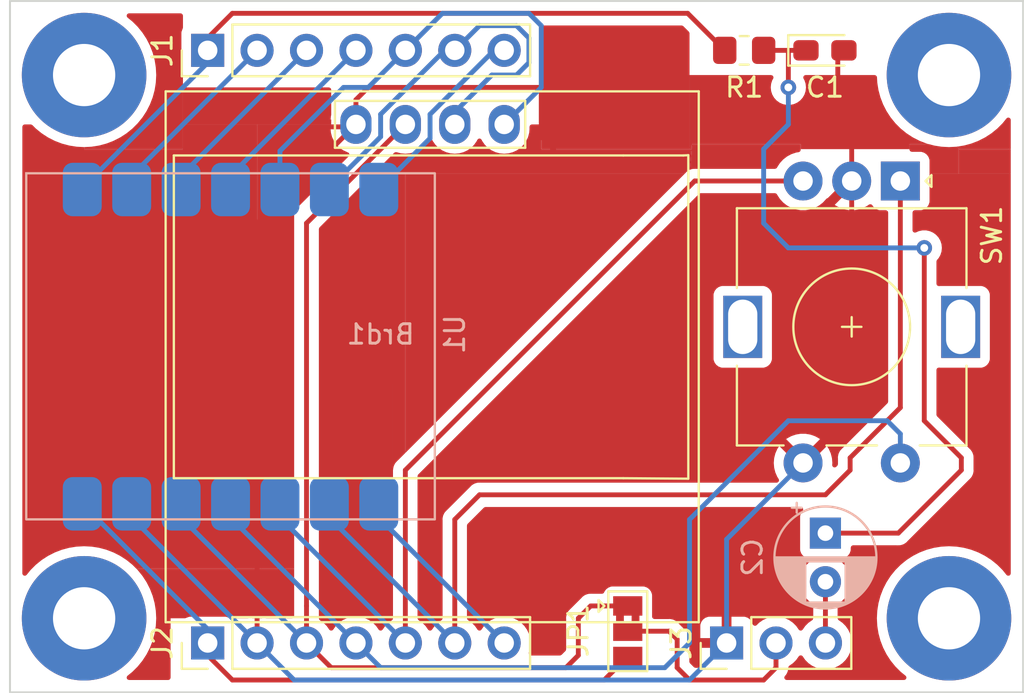
<source format=kicad_pcb>
(kicad_pcb (version 20221018) (generator pcbnew)
  (layers (0 "F.Cu" signal) (31 "B.Cu" signal) (36 "B.SilkS" user "B.Silkscreen") (37 "F.SilkS" user "F.Silkscreen") (38 "B.Mask" user) (39 "F.Mask" user) (44 "Edge.Cuts" user))
  (net 0 "")
  (net 1 "GND")
  (net 2 "+3V3")
  (net 3 "Net-(Brd1-SCL)")
  (net 4 "Net-(Brd1-SDA)")
  (net 5 "Net-(C1-Pad1)")
  (net 6 "Net-(J3-Pin_3)")
  (net 7 "Net-(J1-Pin_1)")
  (net 8 "Net-(J1-Pin_2)")
  (net 9 "Net-(J1-Pin_3)")
  (net 10 "Net-(J1-Pin_4)")
  (net 11 "Net-(J1-Pin_7)")
  (net 12 "+5V")
  (net 13 "Net-(J2-Pin_4)")
  (net 14 "Net-(J2-Pin_5)")
  (net 15 "Net-(J2-Pin_6)")
  (net 16 "Net-(J2-Pin_7)")
  (net 17 "Net-(J3-Pin_2)")
  (footprint "MountingHole:MountingHole_3.2mm_M3_Pad" (layer "F.Cu") (at 74.93 27.94)
    (fp_text reference "REF**" hide)
    (fp_text value "MountingHole_3.2mm_M3_Pad")
    (pad "1" thru_hole circle (at 0 0) (size 6.4 6.4) (drill 3.2) (layers "*.Cu" "*.Mask"))
  )
  (footprint "Modules:128x64OLED" (layer "F.Cu") (at 92.52 41.08)
    (fp_text reference "Brd1" (at -2.35 0.195 180) (layer "B.SilkS") (effects (justify mirror)))
    (fp_text value "SSD1306" hide)
    (fp_line (start -13.4 -12.3) (end 14 -12.3) (stroke (width 0.12)) (layer "F.SilkS"))
    (fp_line (start -13.4 15) (end -13.4 -12.3) (stroke (width 0.12)) (layer "F.SilkS"))
    (fp_line (start -12.978 -9.005) (end 10.122 -9.005) (stroke (width 0.12)) (layer "F.SilkS"))
    (fp_line (start -12.978 7.595) (end -12.978 -9.005) (stroke (width 0.12)) (layer "F.SilkS"))
    (fp_line (start -4.699 -11.811) (end -4.699 -9.398) (stroke (width 0.12)) (layer "F.SilkS"))
    (fp_line (start -4.699 -11.811) (end 5.08 -11.811) (stroke (width 0.12)) (layer "F.SilkS"))
    (fp_line (start 5.08 -11.811) (end 5.08 -9.398) (stroke (width 0.12)) (layer "F.SilkS"))
    (fp_line (start 5.08 -9.398) (end -4.699 -9.398) (stroke (width 0.12)) (layer "F.SilkS"))
    (fp_line (start 10.122 -9.005) (end 13.208 -9.005) (stroke (width 0.12)) (layer "F.SilkS"))
    (fp_line (start 10.122 7.595) (end -12.978 7.595) (stroke (width 0.12)) (layer "F.SilkS"))
    (fp_line (start 10.122 7.595) (end 13.462 7.62) (stroke (width 0.12)) (layer "F.SilkS"))
    (fp_line (start 13.462 -9.017) (end 13.208 -9.005) (stroke (width 0.12)) (layer "F.SilkS"))
    (fp_line (start 13.462 7.62) (end 13.462 -9.017) (stroke (width 0.12)) (layer "F.SilkS"))
    (fp_line (start 14 -12.3) (end 14 15) (stroke (width 0.12)) (layer "F.SilkS"))
    (fp_line (start 14 15) (end -13.4 15) (stroke (width 0.12)) (layer "F.SilkS"))
    (pad "1" thru_hole oval (at -3.62 -10.6 90) (size 2 1.6) (drill 1) (layers "*.Cu" "*.Mask") (net 1 "GND"))
    (pad "2" thru_hole oval (at -1.08 -10.6 90) (size 2 1.6) (drill 1) (layers "*.Cu" "*.Mask") (net 2 "+3V3"))
    (pad "3" thru_hole oval (at 1.46 -10.6 90) (size 2 1.6) (drill 1) (layers "*.Cu" "*.Mask") (net 3 "Net-(Brd1-SCL)"))
    (pad "4" thru_hole oval (at 4 -10.6 90) (size 2 1.6) (drill 1) (layers "*.Cu" "*.Mask") (net 4 "Net-(Brd1-SDA)"))
  )
  (footprint "MountingHole:MountingHole_3.2mm_M3_Pad" (layer "F.Cu") (at 119.38 55.88)
    (fp_text reference "REF**" hide)
    (fp_text value "MountingHole_3.2mm_M3_Pad")
    (pad "1" thru_hole circle (at 0 0) (size 6.4 6.4) (drill 3.2) (layers "*.Cu" "*.Mask"))
  )
  (footprint "Jumper:SolderJumper-3_P1.3mm_Bridged2Bar12_Pad1.0x1.5mm" (layer "F.Cu") (at 102.87 56.545 -90)
    (fp_text reference "JP1" (at -0.03 2.54 90) (layer "F.SilkS"))
    (fp_text value "Jumper_3_Bridged12")
    (fp_poly (pts (xy -0.9 -0.6) (xy -0.4 -0.6) (xy -0.4 -0.2) (xy -0.9 -0.2)) (fill solid) (layer "F.Cu"))
    (fp_poly (pts (xy -0.9 0.2) (xy -0.4 0.2) (xy -0.4 0.6) (xy -0.9 0.6)) (fill solid) (layer "F.Cu"))
    (fp_line (start -2.05 -1) (end 2.05 -1) (stroke (width 0.12)) (layer "F.SilkS"))
    (fp_line (start -2.05 1) (end -2.05 -1) (stroke (width 0.12)) (layer "F.SilkS"))
    (fp_line (start -1.6 1.5) (end -1 1.5) (stroke (width 0.12)) (layer "F.SilkS"))
    (fp_line (start -1.3 1.2) (end -1.6 1.5) (stroke (width 0.12)) (layer "F.SilkS"))
    (fp_line (start -1.3 1.2) (end -1 1.5) (stroke (width 0.12)) (layer "F.SilkS"))
    (fp_line (start 2.05 -1) (end 2.05 1) (stroke (width 0.12)) (layer "F.SilkS"))
    (fp_line (start 2.05 1) (end -2.05 1) (stroke (width 0.12)) (layer "F.SilkS"))
    (pad "1" smd rect (at -1.3 0 270) (size 1 1.5) (layers "F.Cu" "F.Mask") (net 2 "+3V3"))
    (pad "2" smd rect (at 0 0 270) (size 1 1.5) (layers "F.Cu" "F.Mask") (net 17 "Net-(J3-Pin_2)"))
    (pad "3" smd rect (at 1.3 0 270) (size 1 1.5) (layers "F.Cu" "F.Mask") (net 12 "+5V"))
  )
  (footprint "Connector_PinHeader_2.54mm:PinHeader_1x07_P2.54mm_Vertical" (layer "F.Cu") (at 81.28 26.67 90)
    (fp_text reference "J1" (at 0 -2.33 90) (layer "F.SilkS"))
    (fp_text value "7P Header")
    (fp_line (start -1.33 -1.33) (end 0 -1.33) (stroke (width 0.12)) (layer "F.SilkS"))
    (fp_line (start -1.33 0) (end -1.33 -1.33) (stroke (width 0.12)) (layer "F.SilkS"))
    (fp_line (start -1.33 1.27) (end -1.33 16.57) (stroke (width 0.12)) (layer "F.SilkS"))
    (fp_line (start -1.33 1.27) (end 1.33 1.27) (stroke (width 0.12)) (layer "F.SilkS"))
    (fp_line (start -1.33 16.57) (end 1.33 16.57) (stroke (width 0.12)) (layer "F.SilkS"))
    (fp_line (start 1.33 1.27) (end 1.33 16.57) (stroke (width 0.12)) (layer "F.SilkS"))
    (pad "1" thru_hole rect (at 0 0 90) (size 1.7 1.7) (drill 1) (layers "*.Cu" "*.Mask") (net 7 "Net-(J1-Pin_1)"))
    (pad "2" thru_hole oval (at 0 2.54 90) (size 1.7 1.7) (drill 1) (layers "*.Cu" "*.Mask") (net 8 "Net-(J1-Pin_2)"))
    (pad "3" thru_hole oval (at 0 5.08 90) (size 1.7 1.7) (drill 1) (layers "*.Cu" "*.Mask") (net 9 "Net-(J1-Pin_3)"))
    (pad "4" thru_hole oval (at 0 7.62 90) (size 1.7 1.7) (drill 1) (layers "*.Cu" "*.Mask") (net 10 "Net-(J1-Pin_4)"))
    (pad "5" thru_hole oval (at 0 10.16 90) (size 1.7 1.7) (drill 1) (layers "*.Cu" "*.Mask") (net 4 "Net-(Brd1-SDA)"))
    (pad "6" thru_hole oval (at 0 12.7 90) (size 1.7 1.7) (drill 1) (layers "*.Cu" "*.Mask") (net 3 "Net-(Brd1-SCL)"))
    (pad "7" thru_hole oval (at 0 15.24 90) (size 1.7 1.7) (drill 1) (layers "*.Cu" "*.Mask") (net 11 "Net-(J1-Pin_7)"))
  )
  (footprint "Resistor_SMD:R_0805_2012Metric_Pad1.20x1.40mm_HandSolder" (layer "F.Cu") (at 108.855 26.67 180)
    (fp_text reference "R1" (at 0 -1.905) (layer "F.SilkS"))
    (fp_text value "R")
    (fp_line (start -0.227064 -0.735) (end 0.227064 -0.735) (stroke (width 0.12)) (layer "F.SilkS"))
    (fp_line (start -0.227064 0.735) (end 0.227064 0.735) (stroke (width 0.12)) (layer "F.SilkS"))
    (pad "1" smd roundrect (at -1 0 180) (size 1.2 1.4) (layers "F.Cu" "F.Paste" "F.Mask") (roundrect_rratio 0.2083333333) (net 5 "Net-(C1-Pad1)"))
    (pad "2" smd roundrect (at 1 0 180) (size 1.2 1.4) (layers "F.Cu" "F.Paste" "F.Mask") (roundrect_rratio 0.2083333333) (net 7 "Net-(J1-Pin_1)"))
  )
  (footprint "MountingHole:MountingHole_3.2mm_M3_Pad" (layer "F.Cu") (at 74.93 55.88)
    (fp_text reference "REF**" hide)
    (fp_text value "MountingHole_3.2mm_M3_Pad")
    (pad "1" thru_hole circle (at 0 0) (size 6.4 6.4) (drill 3.2) (layers "*.Cu" "*.Mask"))
  )
  (footprint "Connector_PinHeader_2.54mm:PinHeader_1x07_P2.54mm_Vertical" (layer "F.Cu") (at 81.28 57.15 90)
    (fp_text reference "J2" (at 0 -2.33 90) (layer "F.SilkS"))
    (fp_text value "Conn_01x07_Pin")
    (fp_line (start -1.33 -1.33) (end 0 -1.33) (stroke (width 0.12)) (layer "F.SilkS"))
    (fp_line (start -1.33 0) (end -1.33 -1.33) (stroke (width 0.12)) (layer "F.SilkS"))
    (fp_line (start -1.33 1.27) (end -1.33 16.57) (stroke (width 0.12)) (layer "F.SilkS"))
    (fp_line (start -1.33 1.27) (end 1.33 1.27) (stroke (width 0.12)) (layer "F.SilkS"))
    (fp_line (start -1.33 16.57) (end 1.33 16.57) (stroke (width 0.12)) (layer "F.SilkS"))
    (fp_line (start 1.33 1.27) (end 1.33 16.57) (stroke (width 0.12)) (layer "F.SilkS"))
    (pad "1" thru_hole rect (at 0 0 90) (size 1.7 1.7) (drill 1) (layers "*.Cu" "*.Mask") (net 12 "+5V"))
    (pad "2" thru_hole oval (at 0 2.54 90) (size 1.7 1.7) (drill 1) (layers "*.Cu" "*.Mask") (net 1 "GND"))
    (pad "3" thru_hole oval (at 0 5.08 90) (size 1.7 1.7) (drill 1) (layers "*.Cu" "*.Mask") (net 2 "+3V3"))
    (pad "4" thru_hole oval (at 0 7.62 90) (size 1.7 1.7) (drill 1) (layers "*.Cu" "*.Mask") (net 13 "Net-(J2-Pin_4)"))
    (pad "5" thru_hole oval (at 0 10.16 90) (size 1.7 1.7) (drill 1) (layers "*.Cu" "*.Mask") (net 14 "Net-(J2-Pin_5)"))
    (pad "6" thru_hole oval (at 0 12.7 90) (size 1.7 1.7) (drill 1) (layers "*.Cu" "*.Mask") (net 15 "Net-(J2-Pin_6)"))
    (pad "7" thru_hole oval (at 0 15.24 90) (size 1.7 1.7) (drill 1) (layers "*.Cu" "*.Mask") (net 16 "Net-(J2-Pin_7)"))
  )
  (footprint "Connector_PinHeader_2.54mm:PinHeader_1x03_P2.54mm_Vertical" (layer "F.Cu") (at 107.95 57.15 90)
    (fp_text reference "J3" (at 0 -2.33 90) (layer "F.SilkS"))
    (fp_text value "3P Header")
    (fp_line (start -1.33 -1.33) (end 0 -1.33) (stroke (width 0.12)) (layer "F.SilkS"))
    (fp_line (start -1.33 0) (end -1.33 -1.33) (stroke (width 0.12)) (layer "F.SilkS"))
    (fp_line (start -1.33 1.27) (end -1.33 6.41) (stroke (width 0.12)) (layer "F.SilkS"))
    (fp_line (start -1.33 1.27) (end 1.33 1.27) (stroke (width 0.12)) (layer "F.SilkS"))
    (fp_line (start -1.33 6.41) (end 1.33 6.41) (stroke (width 0.12)) (layer "F.SilkS"))
    (fp_line (start 1.33 1.27) (end 1.33 6.41) (stroke (width 0.12)) (layer "F.SilkS"))
    (pad "1" thru_hole rect (at 0 0 90) (size 1.7 1.7) (drill 1) (layers "*.Cu" "*.Mask") (net 1 "GND"))
    (pad "2" thru_hole oval (at 0 2.54 90) (size 1.7 1.7) (drill 1) (layers "*.Cu" "*.Mask") (net 17 "Net-(J3-Pin_2)"))
    (pad "3" thru_hole oval (at 0 5.08 90) (size 1.7 1.7) (drill 1) (layers "*.Cu" "*.Mask") (net 6 "Net-(J3-Pin_3)"))
  )
  (footprint "Capacitor_Tantalum_SMD:CP_EIA-2012-12_Kemet-R_Pad1.30x1.05mm_HandSolder" (layer "F.Cu") (at 113.005 26.67)
    (fp_text reference "C1" (at 0 1.905) (layer "F.SilkS"))
    (fp_text value "C_Polarized" hide)
    (fp_line (start -1.885 -0.785) (end -1.885 0.785) (stroke (width 0.12)) (layer "F.SilkS"))
    (fp_line (start -1.885 0.785) (end 1 0.785) (stroke (width 0.12)) (layer "F.SilkS"))
    (fp_line (start 1 -0.785) (end -1.885 -0.785) (stroke (width 0.12)) (layer "F.SilkS"))
    (pad "1" smd roundrect (at -0.975 0) (size 1.3 1.05) (layers "F.Cu" "F.Paste" "F.Mask") (roundrect_rratio 0.2380952381) (net 5 "Net-(C1-Pad1)"))
    (pad "2" smd roundrect (at 0.975 0) (size 1.3 1.05) (layers "F.Cu" "F.Paste" "F.Mask") (roundrect_rratio 0.2380952381) (net 1 "GND"))
  )
  (footprint "Rotary_Encoder:RotaryEncoder_Alps_EC11E-Switch_Vertical_H20mm" (layer "F.Cu") (at 116.88 33.39 -90)
    (fp_text reference "SW1" (at 2.8 -4.7 90) (layer "F.SilkS"))
    (fp_text value "Encoder")
    (fp_line (start -0.3 -1.6) (end 0.3 -1.6) (stroke (width 0.12)) (layer "F.SilkS"))
    (fp_line (start 0 -1.3) (end -0.3 -1.6) (stroke (width 0.12)) (layer "F.SilkS"))
    (fp_line (start 0.3 -1.6) (end 0 -1.3) (stroke (width 0.12)) (layer "F.SilkS"))
    (fp_line (start 1.4 -3.4) (end 1.4 8.4) (stroke (width 0.12)) (layer "F.SilkS"))
    (fp_line (start 5.5 -3.4) (end 1.4 -3.4) (stroke (width 0.12)) (layer "F.SilkS"))
    (fp_line (start 5.5 8.4) (end 1.4 8.4) (stroke (width 0.12)) (layer "F.SilkS"))
    (fp_line (start 7 2.5) (end 8 2.5) (stroke (width 0.12)) (layer "F.SilkS"))
    (fp_line (start 7.5 2) (end 7.5 3) (stroke (width 0.12)) (layer "F.SilkS"))
    (fp_line (start 9.5 -3.4) (end 13.6 -3.4) (stroke (width 0.12)) (layer "F.SilkS"))
    (fp_line (start 13.6 -3.4) (end 13.6 -1) (stroke (width 0.12)) (layer "F.SilkS"))
    (fp_line (start 13.6 1.2) (end 13.6 3.8) (stroke (width 0.12)) (layer "F.SilkS"))
    (fp_line (start 13.6 6) (end 13.6 8.4) (stroke (width 0.12)) (layer "F.SilkS"))
    (fp_line (start 13.6 8.4) (end 9.5 8.4) (stroke (width 0.12)) (layer "F.SilkS"))
    (fp_circle (center 7.5 2.5) (end 10.5 2.5) (stroke (width 0.12)) (fill none) (layer "F.SilkS"))
    (pad "A" thru_hole rect (at 0 0 270) (size 2 2) (drill 1) (layers "*.Cu" "*.Mask") (net 15 "Net-(J2-Pin_6)"))
    (pad "B" thru_hole circle (at 0 5 270) (size 2 2) (drill 1) (layers "*.Cu" "*.Mask") (net 14 "Net-(J2-Pin_5)"))
    (pad "C" thru_hole circle (at 0 2.5 270) (size 2 2) (drill 1) (layers "*.Cu" "*.Mask") (net 1 "GND"))
    (pad "MP" thru_hole rect (at 7.5 -3.1 270) (size 3.2 2) (drill oval 2.8 1.5) (layers "*.Cu" "*.Mask"))
    (pad "MP" thru_hole rect (at 7.5 8.1 270) (size 3.2 2) (drill oval 2.8 1.5) (layers "*.Cu" "*.Mask"))
    (pad "S1" thru_hole circle (at 14.5 5 270) (size 2 2) (drill 1) (layers "*.Cu" "*.Mask") (net 1 "GND"))
    (pad "S2" thru_hole circle (at 14.5 0 270) (size 2 2) (drill 1) (layers "*.Cu" "*.Mask") (net 13 "Net-(J2-Pin_4)"))
  )
  (footprint "MountingHole:MountingHole_3.2mm_M3_Pad" (layer "F.Cu") (at 119.38 27.94)
    (fp_text reference "REF**" hide)
    (fp_text value "MountingHole_3.2mm_M3_Pad")
    (pad "1" thru_hole circle (at 0 0) (size 6.4 6.4) (drill 3.2) (layers "*.Cu" "*.Mask"))
  )
  (footprint "Modules:MODULE14P-SMD-2.54-21X17.8MM" (layer "B.Cu") (at 92.955 32.9925 -90)
    (fp_text reference "U1" (at 8.2825 -1.025 90 unlocked) (layer "B.SilkS") (effects (justify mirror)))
    (fp_text value "MODULE-XIAO-RP2040")
    (fp_rect (start 0 21) (end 17.8 0) (stroke (width 0.12)) (fill none) (layer "B.SilkS"))
    (pad "1" smd roundrect (at 0.835 18.12 270) (size 2.75 2) (layers "B.Cu" "B.Paste" "B.Mask") (net 7 "Net-(J1-Pin_1)"))
    (pad "2" smd roundrect (at 0.835 15.58 270) (size 2.75 2) (layers "B.Cu" "B.Paste" "B.Mask") (net 8 "Net-(J1-Pin_2)"))
    (pad "3" smd roundrect (at 0.835 13.04 270) (size 2.75 2) (layers "B.Cu" "B.Paste" "B.Mask") (net 9 "Net-(J1-Pin_3)"))
    (pad "4" smd roundrect (at 0.835 10.5 270) (size 2.75 2) (layers "B.Cu" "B.Paste" "B.Mask") (net 10 "Net-(J1-Pin_4)"))
    (pad "5" smd roundrect (at 0.835 7.96 270) (size 2.75 2) (layers "B.Cu" "B.Paste" "B.Mask") (net 4 "Net-(Brd1-SDA)"))
    (pad "6" smd roundrect (at 0.835 5.42 270) (size 2.75 2) (layers "B.Cu" "B.Paste" "B.Mask") (net 3 "Net-(Brd1-SCL)"))
    (pad "7" smd roundrect (at 0.835 2.88 270) (size 2.75 2) (layers "B.Cu" "B.Paste" "B.Mask") (net 11 "Net-(J1-Pin_7)"))
    (pad "8" smd roundrect (at 17 2.88 270) (size 2.75 2) (layers "B.Cu" "B.Paste" "B.Mask") (net 16 "Net-(J2-Pin_7)"))
    (pad "9" smd roundrect (at 17 5.42 270) (size 2.75 2) (layers "B.Cu" "B.Paste" "B.Mask") (net 15 "Net-(J2-Pin_6)"))
    (pad "10" smd roundrect (at 17 7.96 270) (size 2.75 2) (layers "B.Cu" "B.Paste" "B.Mask") (net 14 "Net-(J2-Pin_5)"))
    (pad "11" smd roundrect (at 17 10.5 270) (size 2.75 2) (layers "B.Cu" "B.Paste" "B.Mask") (net 13 "Net-(J2-Pin_4)"))
    (pad "12" smd roundrect (at 17 13.04 270) (size 2.75 2) (layers "B.Cu" "B.Paste" "B.Mask") (net 2 "+3V3"))
    (pad "13" smd roundrect (at 17 15.58 270) (size 2.75 2) (layers "B.Cu" "B.Paste" "B.Mask") (net 1 "GND"))
    (pad "14" smd roundrect (at 17 18.12 270) (size 2.75 2) (layers "B.Cu" "B.Paste" "B.Mask") (net 12 "+5V"))
  )
  (footprint "Capacitor_THT:CP_Radial_D5.0mm_P2.50mm" (layer "B.Cu") (at 113.03 51.499888 -90)
    (fp_text reference "C2" (at 1.25 3.75 90) (layer "B.SilkS") (effects (justify mirror)))
    (fp_text value "C_Polarized")
    (fp_line (start -1.554775 1.475) (end -1.054775 1.475) (stroke (width 0.12)) (layer "B.SilkS"))
    (fp_line (start -1.304775 1.725) (end -1.304775 1.225) (stroke (width 0.12)) (layer "B.SilkS"))
    (fp_line (start 1.25 2.58) (end 1.25 -2.58) (stroke (width 0.12)) (layer "B.SilkS"))
    (fp_line (start 1.29 2.58) (end 1.29 -2.58) (stroke (width 0.12)) (layer "B.SilkS"))
    (fp_line (start 1.33 2.579) (end 1.33 -2.579) (stroke (width 0.12)) (layer "B.SilkS"))
    (fp_line (start 1.37 2.578) (end 1.37 -2.578) (stroke (width 0.12)) (layer "B.SilkS"))
    (fp_line (start 1.41 2.576) (end 1.41 -2.576) (stroke (width 0.12)) (layer "B.SilkS"))
    (fp_line (start 1.45 2.573) (end 1.45 -2.573) (stroke (width 0.12)) (layer "B.SilkS"))
    (fp_line (start 1.49 -1.04) (end 1.49 -2.569) (stroke (width 0.12)) (layer "B.SilkS"))
    (fp_line (start 1.49 2.569) (end 1.49 1.04) (stroke (width 0.12)) (layer "B.SilkS"))
    (fp_line (start 1.53 -1.04) (end 1.53 -2.565) (stroke (width 0.12)) (layer "B.SilkS"))
    (fp_line (start 1.53 2.565) (end 1.53 1.04) (stroke (width 0.12)) (layer "B.SilkS"))
    (fp_line (start 1.57 -1.04) (end 1.57 -2.561) (stroke (width 0.12)) (layer "B.SilkS"))
    (fp_line (start 1.57 2.561) (end 1.57 1.04) (stroke (width 0.12)) (layer "B.SilkS"))
    (fp_line (start 1.61 -1.04) (end 1.61 -2.556) (stroke (width 0.12)) (layer "B.SilkS"))
    (fp_line (start 1.61 2.556) (end 1.61 1.04) (stroke (width 0.12)) (layer "B.SilkS"))
    (fp_line (start 1.65 -1.04) (end 1.65 -2.55) (stroke (width 0.12)) (layer "B.SilkS"))
    (fp_line (start 1.65 2.55) (end 1.65 1.04) (stroke (width 0.12)) (layer "B.SilkS"))
    (fp_line (start 1.69 -1.04) (end 1.69 -2.543) (stroke (width 0.12)) (layer "B.SilkS"))
    (fp_line (start 1.69 2.543) (end 1.69 1.04) (stroke (width 0.12)) (layer "B.SilkS"))
    (fp_line (start 1.73 -1.04) (end 1.73 -2.536) (stroke (width 0.12)) (layer "B.SilkS"))
    (fp_line (start 1.73 2.536) (end 1.73 1.04) (stroke (width 0.12)) (layer "B.SilkS"))
    (fp_line (start 1.77 -1.04) (end 1.77 -2.528) (stroke (width 0.12)) (layer "B.SilkS"))
    (fp_line (start 1.77 2.528) (end 1.77 1.04) (stroke (width 0.12)) (layer "B.SilkS"))
    (fp_line (start 1.81 -1.04) (end 1.81 -2.52) (stroke (width 0.12)) (layer "B.SilkS"))
    (fp_line (start 1.81 2.52) (end 1.81 1.04) (stroke (width 0.12)) (layer "B.SilkS"))
    (fp_line (start 1.85 -1.04) (end 1.85 -2.511) (stroke (width 0.12)) (layer "B.SilkS"))
    (fp_line (start 1.85 2.511) (end 1.85 1.04) (stroke (width 0.12)) (layer "B.SilkS"))
    (fp_line (start 1.89 -1.04) (end 1.89 -2.501) (stroke (width 0.12)) (layer "B.SilkS"))
    (fp_line (start 1.89 2.501) (end 1.89 1.04) (stroke (width 0.12)) (layer "B.SilkS"))
    (fp_line (start 1.93 -1.04) (end 1.93 -2.491) (stroke (width 0.12)) (layer "B.SilkS"))
    (fp_line (start 1.93 2.491) (end 1.93 1.04) (stroke (width 0.12)) (layer "B.SilkS"))
    (fp_line (start 1.971 -1.04) (end 1.971 -2.48) (stroke (width 0.12)) (layer "B.SilkS"))
    (fp_line (start 1.971 2.48) (end 1.971 1.04) (stroke (width 0.12)) (layer "B.SilkS"))
    (fp_line (start 2.011 -1.04) (end 2.011 -2.468) (stroke (width 0.12)) (layer "B.SilkS"))
    (fp_line (start 2.011 2.468) (end 2.011 1.04) (stroke (width 0.12)) (layer "B.SilkS"))
    (fp_line (start 2.051 -1.04) (end 2.051 -2.455) (stroke (width 0.12)) (layer "B.SilkS"))
    (fp_line (start 2.051 2.455) (end 2.051 1.04) (stroke (width 0.12)) (layer "B.SilkS"))
    (fp_line (start 2.091 -1.04) (end 2.091 -2.442) (stroke (width 0.12)) (layer "B.SilkS"))
    (fp_line (start 2.091 2.442) (end 2.091 1.04) (stroke (width 0.12)) (layer "B.SilkS"))
    (fp_line (start 2.131 -1.04) (end 2.131 -2.428) (stroke (width 0.12)) (layer "B.SilkS"))
    (fp_line (start 2.131 2.428) (end 2.131 1.04) (stroke (width 0.12)) (layer "B.SilkS"))
    (fp_line (start 2.171 -1.04) (end 2.171 -2.414) (stroke (width 0.12)) (layer "B.SilkS"))
    (fp_line (start 2.171 2.414) (end 2.171 1.04) (stroke (width 0.12)) (layer "B.SilkS"))
    (fp_line (start 2.211 -1.04) (end 2.211 -2.398) (stroke (width 0.12)) (layer "B.SilkS"))
    (fp_line (start 2.211 2.398) (end 2.211 1.04) (stroke (width 0.12)) (layer "B.SilkS"))
    (fp_line (start 2.251 -1.04) (end 2.251 -2.382) (stroke (width 0.12)) (layer "B.SilkS"))
    (fp_line (start 2.251 2.382) (end 2.251 1.04) (stroke (width 0.12)) (layer "B.SilkS"))
    (fp_line (start 2.291 -1.04) (end 2.291 -2.365) (stroke (width 0.12)) (layer "B.SilkS"))
    (fp_line (start 2.291 2.365) (end 2.291 1.04) (stroke (width 0.12)) (layer "B.SilkS"))
    (fp_line (start 2.331 -1.04) (end 2.331 -2.348) (stroke (width 0.12)) (layer "B.SilkS"))
    (fp_line (start 2.331 2.348) (end 2.331 1.04) (stroke (width 0.12)) (layer "B.SilkS"))
    (fp_line (start 2.371 -1.04) (end 2.371 -2.329) (stroke (width 0.12)) (layer "B.SilkS"))
    (fp_line (start 2.371 2.329) (end 2.371 1.04) (stroke (width 0.12)) (layer "B.SilkS"))
    (fp_line (start 2.411 -1.04) (end 2.411 -2.31) (stroke (width 0.12)) (layer "B.SilkS"))
    (fp_line (start 2.411 2.31) (end 2.411 1.04) (stroke (width 0.12)) (layer "B.SilkS"))
    (fp_line (start 2.451 -1.04) (end 2.451 -2.29) (stroke (width 0.12)) (layer "B.SilkS"))
    (fp_line (start 2.451 2.29) (end 2.451 1.04) (stroke (width 0.12)) (layer "B.SilkS"))
    (fp_line (start 2.491 -1.04) (end 2.491 -2.268) (stroke (width 0.12)) (layer "B.SilkS"))
    (fp_line (start 2.491 2.268) (end 2.491 1.04) (stroke (width 0.12)) (layer "B.SilkS"))
    (fp_line (start 2.531 -1.04) (end 2.531 -2.247) (stroke (width 0.12)) (layer "B.SilkS"))
    (fp_line (start 2.531 2.247) (end 2.531 1.04) (stroke (width 0.12)) (layer "B.SilkS"))
    (fp_line (start 2.571 -1.04) (end 2.571 -2.224) (stroke (width 0.12)) (layer "B.SilkS"))
    (fp_line (start 2.571 2.224) (end 2.571 1.04) (stroke (width 0.12)) (layer "B.SilkS"))
    (fp_line (start 2.611 -1.04) (end 2.611 -2.2) (stroke (width 0.12)) (layer "B.SilkS"))
    (fp_line (start 2.611 2.2) (end 2.611 1.04) (stroke (width 0.12)) (layer "B.SilkS"))
    (fp_line (start 2.651 -1.04) (end 2.651 -2.175) (stroke (width 0.12)) (layer "B.SilkS"))
    (fp_line (start 2.651 2.175) (end 2.651 1.04) (stroke (width 0.12)) (layer "B.SilkS"))
    (fp_line (start 2.691 -1.04) (end 2.691 -2.149) (stroke (width 0.12)) (layer "B.SilkS"))
    (fp_line (start 2.691 2.149) (end 2.691 1.04) (stroke (width 0.12)) (layer "B.SilkS"))
    (fp_line (start 2.731 -1.04) (end 2.731 -2.122) (stroke (width 0.12)) (layer "B.SilkS"))
    (fp_line (start 2.731 2.122) (end 2.731 1.04) (stroke (width 0.12)) (layer "B.SilkS"))
    (fp_line (start 2.771 -1.04) (end 2.771 -2.095) (stroke (width 0.12)) (layer "B.SilkS"))
    (fp_line (start 2.771 2.095) (end 2.771 1.04) (stroke (width 0.12)) (layer "B.SilkS"))
    (fp_line (start 2.811 -1.04) (end 2.811 -2.065) (stroke (width 0.12)) (layer "B.SilkS"))
    (fp_line (start 2.811 2.065) (end 2.811 1.04) (stroke (width 0.12)) (layer "B.SilkS"))
    (fp_line (start 2.851 -1.04) (end 2.851 -2.035) (stroke (width 0.12)) (layer "B.SilkS"))
    (fp_line (start 2.851 2.035) (end 2.851 1.04) (stroke (width 0.12)) (layer "B.SilkS"))
    (fp_line (start 2.891 -1.04) (end 2.891 -2.004) (stroke (width 0.12)) (layer "B.SilkS"))
    (fp_line (start 2.891 2.004) (end 2.891 1.04) (stroke (width 0.12)) (layer "B.SilkS"))
    (fp_line (start 2.931 -1.04) (end 2.931 -1.971) (stroke (width 0.12)) (layer "B.SilkS"))
    (fp_line (start 2.931 1.971) (end 2.931 1.04) (stroke (width 0.12)) (layer "B.SilkS"))
    (fp_line (start 2.971 -1.04) (end 2.971 -1.937) (stroke (width 0.12)) (layer "B.SilkS"))
    (fp_line (start 2.971 1.937) (end 2.971 1.04) (stroke (width 0.12)) (layer "B.SilkS"))
    (fp_line (start 3.011 -1.04) (end 3.011 -1.901) (stroke (width 0.12)) (layer "B.SilkS"))
    (fp_line (start 3.011 1.901) (end 3.011 1.04) (stroke (width 0.12)) (layer "B.SilkS"))
    (fp_line (start 3.051 -1.04) (end 3.051 -1.864) (stroke (width 0.12)) (layer "B.SilkS"))
    (fp_line (start 3.051 1.864) (end 3.051 1.04) (stroke (width 0.12)) (layer "B.SilkS"))
    (fp_line (start 3.091 -1.04) (end 3.091 -1.826) (stroke (width 0.12)) (layer "B.SilkS"))
    (fp_line (start 3.091 1.826) (end 3.091 1.04) (stroke (width 0.12)) (layer "B.SilkS"))
    (fp_line (start 3.131 -1.04) (end 3.131 -1.785) (stroke (width 0.12)) (layer "B.SilkS"))
    (fp_line (start 3.131 1.785) (end 3.131 1.04) (stroke (width 0.12)) (layer "B.SilkS"))
    (fp_line (start 3.171 -1.04) (end 3.171 -1.743) (stroke (width 0.12)) (layer "B.SilkS"))
    (fp_line (start 3.171 1.743) (end 3.171 1.04) (stroke (width 0.12)) (layer "B.SilkS"))
    (fp_line (start 3.211 -1.04) (end 3.211 -1.699) (stroke (width 0.12)) (layer "B.SilkS"))
    (fp_line (start 3.211 1.699) (end 3.211 1.04) (stroke (width 0.12)) (layer "B.SilkS"))
    (fp_line (start 3.251 -1.04) (end 3.251 -1.653) (stroke (width 0.12)) (layer "B.SilkS"))
    (fp_line (start 3.251 1.653) (end 3.251 1.04) (stroke (width 0.12)) (layer "B.SilkS"))
    (fp_line (start 3.291 -1.04) (end 3.291 -1.605) (stroke (width 0.12)) (layer "B.SilkS"))
    (fp_line (start 3.291 1.605) (end 3.291 1.04) (stroke (width 0.12)) (layer "B.SilkS"))
    (fp_line (start 3.331 -1.04) (end 3.331 -1.554) (stroke (width 0.12)) (layer "B.SilkS"))
    (fp_line (start 3.331 1.554) (end 3.331 1.04) (stroke (width 0.12)) (layer "B.SilkS"))
    (fp_line (start 3.371 -1.04) (end 3.371 -1.5) (stroke (width 0.12)) (layer "B.SilkS"))
    (fp_line (start 3.371 1.5) (end 3.371 1.04) (stroke (width 0.12)) (layer "B.SilkS"))
    (fp_line (start 3.411 -1.04) (end 3.411 -1.443) (stroke (width 0.12)) (layer "B.SilkS"))
    (fp_line (start 3.411 1.443) (end 3.411 1.04) (stroke (width 0.12)) (layer "B.SilkS"))
    (fp_line (start 3.451 -1.04) (end 3.451 -1.383) (stroke (width 0.12)) (layer "B.SilkS"))
    (fp_line (start 3.451 1.383) (end 3.451 1.04) (stroke (width 0.12)) (layer "B.SilkS"))
    (fp_line (start 3.491 -1.04) (end 3.491 -1.319) (stroke (width 0.12)) (layer "B.SilkS"))
    (fp_line (start 3.491 1.319) (end 3.491 1.04) (stroke (width 0.12)) (layer "B.SilkS"))
    (fp_line (start 3.531 -1.04) (end 3.531 -1.251) (stroke (width 0.12)) (layer "B.SilkS"))
    (fp_line (start 3.531 1.251) (end 3.531 1.04) (stroke (width 0.12)) (layer "B.SilkS"))
    (fp_line (start 3.571 1.178) (end 3.571 -1.178) (stroke (width 0.12)) (layer "B.SilkS"))
    (fp_line (start 3.611 1.098) (end 3.611 -1.098) (stroke (width 0.12)) (layer "B.SilkS"))
    (fp_line (start 3.651 1.011) (end 3.651 -1.011) (stroke (width 0.12)) (layer "B.SilkS"))
    (fp_line (start 3.691 0.915) (end 3.691 -0.915) (stroke (width 0.12)) (layer "B.SilkS"))
    (fp_line (start 3.731 0.805) (end 3.731 -0.805) (stroke (width 0.12)) (layer "B.SilkS"))
    (fp_line (start 3.771 0.677) (end 3.771 -0.677) (stroke (width 0.12)) (layer "B.SilkS"))
    (fp_line (start 3.811 0.518) (end 3.811 -0.518) (stroke (width 0.12)) (layer "B.SilkS"))
    (fp_line (start 3.851 0.284) (end 3.851 -0.284) (stroke (width 0.12)) (layer "B.SilkS"))
    (fp_circle (center 1.25 0) (end 3.87 0) (stroke (width 0.12)) (fill none) (layer "B.SilkS"))
    (pad "1" thru_hole rect (at 0 0 270) (size 1.6 1.6) (drill 0.8) (layers "*.Cu" "*.Mask") (net 5 "Net-(C1-Pad1)"))
    (pad "2" thru_hole circle (at 2.5 0 270) (size 1.6 1.6) (drill 0.8) (layers "*.Cu" "*.Mask") (net 6 "Net-(J3-Pin_3)"))
  )
  (gr_line (start 123.19 59.69) (end 71.12 59.69) (stroke (width 0.1)) (layer "Edge.Cuts"))
  (gr_line (start 71.12 59.69) (end 71.12 24.13) (stroke (width 0.1)) (layer "Edge.Cuts"))
  (gr_line (start 71.12 24.13) (end 123.19 24.13) (stroke (width 0.1)) (layer "Edge.Cuts"))
  (gr_line (start 123.19 24.13) (end 123.19 59.69) (stroke (width 0.1)) (layer "Edge.Cuts"))
  (segment (start 88.9 30.48) (end 88.9 29.21) (width 0.25) (layer "F.Cu") (net 1))
  (segment (start 98.425 28.575) (end 98.425 31.115) (width 0.25) (layer "F.Cu") (net 1))
  (segment (start 114.38 33.39) (end 114.38 30.052) (width 0.25) (layer "F.Cu") (net 1))
  (segment (start 98.425 31.115) (end 99.06 31.75) (width 0.25) (layer "F.Cu") (net 1))
  (segment (start 113.98 26.67) (end 114.38 27.07) (width 0.25) (layer "F.Cu") (net 1))
  (segment (start 83.82 57.15) (end 83.82 35.56) (width 0.25) (layer "F.Cu") (net 1))
  (segment (start 113.665 29.337) (end 113.665 26.985) (width 0.25) (layer "F.Cu") (net 1))
  (segment (start 114.38 30.052) (end 113.665 29.337) (width 0.25) (layer "F.Cu") (net 1))
  (segment (start 113.665 26.985) (end 113.98 26.67) (width 0.25) (layer "F.Cu") (net 1))
  (segment (start 88.9 29.21) (end 89.535 28.575) (width 0.25) (layer "F.Cu") (net 1))
  (segment (start 114.38 45.39) (end 114.38 33.39) (width 0.25) (layer "F.Cu") (net 1))
  (segment (start 89.535 28.575) (end 98.425 28.575) (width 0.25) (layer "F.Cu") (net 1))
  (segment (start 111.88 47.89) (end 114.38 45.39) (width 0.25) (layer "F.Cu") (net 1))
  (segment (start 83.82 35.56) (end 88.9 30.48) (width 0.25) (layer "F.Cu") (net 1))
  (segment (start 83.82 57.15) (end 77.375 50.705) (width 0.25) (layer "B.Cu") (net 1))
  (segment (start 85.725 59.055) (end 106.045 59.055) (width 0.25) (layer "B.Cu") (net 1))
  (segment (start 77.375 50.705) (end 77.375 49.9925) (width 0.25) (layer "B.Cu") (net 1))
  (segment (start 107.95 51.82) (end 111.88 47.89) (width 0.25) (layer "B.Cu") (net 1))
  (segment (start 106.045 59.055) (end 107.95 57.15) (width 0.25) (layer "B.Cu") (net 1))
  (segment (start 83.82 57.15) (end 85.725 59.055) (width 0.25) (layer "B.Cu") (net 1))
  (segment (start 107.95 57.15) (end 107.95 51.82) (width 0.25) (layer "B.Cu") (net 1))
  (segment (start 100.33 57.785) (end 100.33 55.88) (width 0.25) (layer "F.Cu") (net 2))
  (segment (start 100.33 55.88) (end 100.965 55.245) (width 0.25) (layer "F.Cu") (net 2))
  (segment (start 100.965 55.245) (end 102.87 55.245) (width 0.25) (layer "F.Cu") (net 2))
  (segment (start 86.36 55.245) (end 86.36 35.56) (width 0.25) (layer "F.Cu") (net 2))
  (segment (start 87.63 58.42) (end 99.695 58.42) (width 0.25) (layer "F.Cu") (net 2))
  (segment (start 99.695 58.42) (end 100.33 57.785) (width 0.25) (layer "F.Cu") (net 2))
  (segment (start 86.36 57.15) (end 86.36 55.245) (width 0.25) (layer "F.Cu") (net 2))
  (segment (start 86.36 57.15) (end 87.63 58.42) (width 0.25) (layer "F.Cu") (net 2))
  (segment (start 86.36 35.56) (end 91.44 30.48) (width 0.25) (layer "F.Cu") (net 2))
  (segment (start 86.36 57.15) (end 79.915 50.705) (width 0.25) (layer "B.Cu") (net 2))
  (segment (start 79.915 50.705) (end 79.915 49.9925) (width 0.25) (layer "B.Cu") (net 2))
  (segment (start 93.45901 26.67) (end 90.17 29.95901) (width 0.25) (layer "B.Cu") (net 3))
  (segment (start 93.98 26.67) (end 93.45901 26.67) (width 0.25) (layer "B.Cu") (net 3))
  (segment (start 93.98 26.67) (end 95.25 25.4) (width 0.25) (layer "B.Cu") (net 3))
  (segment (start 95.885 27.94) (end 93.98 29.845) (width 0.25) (layer "B.Cu") (net 3))
  (segment (start 97.155 25.4) (end 97.79 26.035) (width 0.25) (layer "B.Cu") (net 3))
  (segment (start 90.17 31.115) (end 87.535 33.75) (width 0.25) (layer "B.Cu") (net 3))
  (segment (start 97.155 27.94) (end 95.885 27.94) (width 0.25) (layer "B.Cu") (net 3))
  (segment (start 97.79 26.035) (end 97.79 27.305) (width 0.25) (layer "B.Cu") (net 3))
  (segment (start 87.535 33.75) (end 87.535 33.8275) (width 0.25) (layer "B.Cu") (net 3))
  (segment (start 97.79 27.305) (end 97.155 27.94) (width 0.25) (layer "B.Cu") (net 3))
  (segment (start 90.17 29.95901) (end 90.17 31.115) (width 0.25) (layer "B.Cu") (net 3))
  (segment (start 95.25 25.4) (end 97.155 25.4) (width 0.25) (layer "B.Cu") (net 3))
  (segment (start 93.98 29.845) (end 93.98 30.48) (width 0.25) (layer "B.Cu") (net 3))
  (segment (start 84.995 33.8275) (end 84.995 31.845) (width 0.25) (layer "B.Cu") (net 4))
  (segment (start 97.79 24.765) (end 98.425 25.4) (width 0.25) (layer "B.Cu") (net 4))
  (segment (start 91.44 26.67) (end 93.345 24.765) (width 0.25) (layer "B.Cu") (net 4))
  (segment (start 93.345 24.765) (end 97.79 24.765) (width 0.25) (layer "B.Cu") (net 4))
  (segment (start 89.535 28.575) (end 91.44 26.67) (width 0.25) (layer "B.Cu") (net 4))
  (segment (start 98.425 28.575) (end 96.52 30.48) (width 0.25) (layer "B.Cu") (net 4))
  (segment (start 88.265 28.575) (end 89.535 28.575) (width 0.25) (layer "B.Cu") (net 4))
  (segment (start 84.995 31.845) (end 88.265 28.575) (width 0.25) (layer "B.Cu") (net 4))
  (segment (start 98.425 25.4) (end 98.425 28.575) (width 0.25) (layer "B.Cu") (net 4))
  (segment (start 111.125 26.67) (end 112.03 26.67) (width 0.25) (layer "F.Cu") (net 5))
  (segment (start 111.125 28.575) (end 111.125 28.67) (width 0.25) (layer "F.Cu") (net 5))
  (segment (start 118.11 45.72) (end 118.11 36.83) (width 0.25) (layer "F.Cu") (net 5))
  (segment (start 109.855 26.67) (end 111.125 26.67) (width 0.25) (layer "F.Cu") (net 5))
  (segment (start 113.03 51.499888) (end 116.775112 51.499888) (width 0.25) (layer "F.Cu") (net 5))
  (segment (start 111.125 26.67) (end 111.125 28.575) (width 0.25) (layer "F.Cu") (net 5))
  (segment (start 120.015 48.26) (end 120.015 47.625) (width 0.25) (layer "F.Cu") (net 5))
  (segment (start 120.015 47.625) (end 118.11 45.72) (width 0.25) (layer "F.Cu") (net 5))
  (segment (start 116.775112 51.499888) (end 120.015 48.26) (width 0.25) (layer "F.Cu") (net 5))
  (via (at 118.11 36.83) (size 0.8) (drill 0.4) (layers "F.Cu" "B.Cu") (net 5))
  (via (at 111.125 28.575) (size 0.8) (drill 0.4) (layers "F.Cu" "B.Cu") (net 5))
  (segment (start 111.125 36.83) (end 118.11 36.83) (width 0.25) (layer "B.Cu") (net 5))
  (segment (start 109.855 31.75) (end 109.855 35.56) (width 0.25) (layer "B.Cu") (net 5))
  (segment (start 111.125 30.48) (end 109.855 31.75) (width 0.25) (layer "B.Cu") (net 5))
  (segment (start 111.125 28.575) (end 111.125 30.48) (width 0.25) (layer "B.Cu") (net 5))
  (segment (start 109.855 35.56) (end 111.125 36.83) (width 0.25) (layer "B.Cu") (net 5))
  (segment (start 113.03 57.15) (end 113.03 53.999888) (width 0.25) (layer "F.Cu") (net 6))
  (segment (start 81.28 26.035) (end 82.55 24.765) (width 0.25) (layer "F.Cu") (net 7))
  (segment (start 81.28 26.67) (end 81.28 26.035) (width 0.25) (layer "F.Cu") (net 7))
  (segment (start 105.95 24.765) (end 107.855 26.67) (width 0.25) (layer "F.Cu") (net 7))
  (segment (start 82.55 24.765) (end 105.95 24.765) (width 0.25) (layer "F.Cu") (net 7))
  (segment (start 74.835 33.75) (end 74.835 33.8275) (width 0.25) (layer "B.Cu") (net 7))
  (segment (start 81.28 26.67) (end 81.28 27.305) (width 0.25) (layer "B.Cu") (net 7))
  (segment (start 81.28 27.305) (end 74.835 33.75) (width 0.25) (layer "B.Cu") (net 7))
  (segment (start 74.93 33.7325) (end 74.835 33.8275) (width 0.25) (layer "B.Cu") (net 7))
  (segment (start 77.375 33.115) (end 77.375 33.8275) (width 0.25) (layer "B.Cu") (net 8))
  (segment (start 83.82 26.67) (end 77.375 33.115) (width 0.25) (layer "B.Cu") (net 8))
  (segment (start 79.915 33.115) (end 79.915 33.8275) (width 0.25) (layer "B.Cu") (net 9))
  (segment (start 86.36 26.67) (end 79.915 33.115) (width 0.25) (layer "B.Cu") (net 9))
  (segment (start 88.9 26.67) (end 82.455 33.115) (width 0.25) (layer "B.Cu") (net 10))
  (segment (start 82.455 33.115) (end 82.455 33.8275) (width 0.25) (layer "B.Cu") (net 10))
  (segment (start 96.52 26.67) (end 95.99901 26.67) (width 0.25) (layer "B.Cu") (net 11))
  (segment (start 92.71 31.1925) (end 90.075 33.8275) (width 0.25) (layer "B.Cu") (net 11))
  (segment (start 95.99901 26.67) (end 92.71 29.95901) (width 0.25) (layer "B.Cu") (net 11))
  (segment (start 92.71 29.95901) (end 92.71 31.1925) (width 0.25) (layer "B.Cu") (net 11))
  (segment (start 82.55 59.055) (end 101.66 59.055) (width 0.25) (layer "F.Cu") (net 12))
  (segment (start 81.28 57.785) (end 82.55 59.055) (width 0.25) (layer "F.Cu") (net 12))
  (segment (start 101.66 59.055) (end 102.87 57.845) (width 0.25) (layer "F.Cu") (net 12))
  (segment (start 81.28 57.15) (end 81.28 57.785) (width 0.25) (layer "F.Cu") (net 12))
  (segment (start 74.835 49.994226) (end 81.28 56.439226) (width 0.25) (layer "B.Cu") (net 12))
  (segment (start 74.835 49.9925) (end 74.835 49.994226) (width 0.25) (layer "B.Cu") (net 12))
  (segment (start 81.28 56.439226) (end 81.28 57.15) (width 0.25) (layer "B.Cu") (net 12))
  (segment (start 104.775 58.42) (end 106.045 57.15) (width 0.25) (layer "B.Cu") (net 13))
  (segment (start 82.455 50.705) (end 88.9 57.15) (width 0.25) (layer "B.Cu") (net 13))
  (segment (start 82.455 49.9925) (end 82.455 50.705) (width 0.25) (layer "B.Cu") (net 13))
  (segment (start 106.045 57.15) (end 106.045 50.8) (width 0.25) (layer "B.Cu") (net 13))
  (segment (start 116.88 46.395) (end 116.88 47.89) (width 0.25) (layer "B.Cu") (net 13))
  (segment (start 106.045 50.8) (end 111.125 45.72) (width 0.25) (layer "B.Cu") (net 13))
  (segment (start 90.17 58.42) (end 104.775 58.42) (width 0.25) (layer "B.Cu") (net 13))
  (segment (start 116.205 45.72) (end 116.88 46.395) (width 0.25) (layer "B.Cu") (net 13))
  (segment (start 111.125 45.72) (end 116.205 45.72) (width 0.25) (layer "B.Cu") (net 13))
  (segment (start 88.9 57.15) (end 90.17 58.42) (width 0.25) (layer "B.Cu") (net 13))
  (segment (start 106.31 33.39) (end 91.44 48.26) (width 0.25) (layer "F.Cu") (net 14))
  (segment (start 111.88 33.39) (end 106.31 33.39) (width 0.25) (layer "F.Cu") (net 14))
  (segment (start 91.44 57.15) (end 91.44 48.26) (width 0.25) (layer "F.Cu") (net 14))
  (segment (start 91.44 57.15) (end 84.995 50.705) (width 0.25) (layer "B.Cu") (net 14))
  (segment (start 84.995 50.705) (end 84.995 49.9925) (width 0.25) (layer "B.Cu") (net 14))
  (segment (start 114.3 47.625) (end 114.3 48.26) (width 0.25) (layer "F.Cu") (net 15))
  (segment (start 116.88 33.39) (end 116.88 45.045) (width 0.25) (layer "F.Cu") (net 15))
  (segment (start 93.98 50.8) (end 93.98 57.15) (width 0.25) (layer "F.Cu") (net 15))
  (segment (start 114.3 48.26) (end 113.03 49.53) (width 0.25) (layer "F.Cu") (net 15))
  (segment (start 113.03 49.53) (end 95.25 49.53) (width 0.25) (layer "F.Cu") (net 15))
  (segment (start 116.88 45.045) (end 114.3 47.625) (width 0.25) (layer "F.Cu") (net 15))
  (segment (start 95.25 49.53) (end 93.98 50.8) (width 0.25) (layer "F.Cu") (net 15))
  (segment (start 93.98 57.15) (end 87.535 50.705) (width 0.25) (layer "B.Cu") (net 15))
  (segment (start 87.535 50.705) (end 87.535 49.9925) (width 0.25) (layer "B.Cu") (net 15))
  (segment (start 90.075 50.705) (end 90.075 49.9925) (width 0.25) (layer "B.Cu") (net 16))
  (segment (start 96.52 57.15) (end 90.075 50.705) (width 0.25) (layer "B.Cu") (net 16))
  (segment (start 104.995 56.545) (end 105.41 56.96) (width 0.25) (layer "F.Cu") (net 17))
  (segment (start 105.41 58.42) (end 106.045 59.055) (width 0.25) (layer "F.Cu") (net 17))
  (segment (start 110.49 58.42) (end 110.49 57.15) (width 0.25) (layer "F.Cu") (net 17))
  (segment (start 105.41 56.96) (end 105.41 58.42) (width 0.25) (layer "F.Cu") (net 17))
  (segment (start 106.045 59.055) (end 109.855 59.055) (width 0.25) (layer "F.Cu") (net 17))
  (segment (start 109.855 59.055) (end 110.49 58.42) (width 0.25) (layer "F.Cu") (net 17))
  (segment (start 102.87 56.545) (end 104.995 56.545) (width 0.25) (layer "F.Cu") (net 17))
  (zone (net 1) (net_name "GND") (layer "F.Cu") (priority 10) (connect_pads (clearance 0.5)) (min_thickness 0.25) (fill yes (thermal_gap 0.5) (thermal_bridge_width 0.5))
    (polygon (pts (xy 118.745 31.75) (xy 118.745 33.02) (xy 122.555 33.02) (xy 122.555 31.75)))
  )
  (zone (net 1) (net_name "GND") (layer "F.Cu") (priority 5) (connect_pads (clearance 0.5)) (min_thickness 0.25) (fill yes (thermal_gap 0.5) (thermal_bridge_width 0.5))
    (polygon (pts (xy 106.045 31.75) (xy 122.555 31.75) (xy 122.555 27.94) (xy 106.045 27.94)))
  )
  (zone (net 1) (net_name "GND") (layer "F.Cu") (priority 7) (connect_pads (clearance 0.5)) (min_thickness 0.25) (fill yes (thermal_gap 0.5) (thermal_bridge_width 0.5))
    (polygon (pts (xy 74.93 24.765) (xy 80.01 24.765) (xy 80.01 31.75) (xy 74.93 31.75)))
  )
  (zone (net 1) (net_name "GND") (layer "F.Cu") (priority 11) (connect_pads (clearance 0.5)) (min_thickness 0.25) (fill yes (thermal_gap 0.5) (thermal_bridge_width 0.5))
    (polygon (pts (xy 119.888 33.02) (xy 117.348 33.02) (xy 117.348 31.496) (xy 119.888 31.496)))
  )
  (zone (net 1) (net_name "GND") (layer "F.Cu") (priority 3) (connect_pads (clearance 0.5)) (min_thickness 0.25) (fill yes (thermal_gap 0.5) (thermal_bridge_width 0.5))
    (polygon (pts (xy 85.725 53.34) (xy 74.93 53.34) (xy 74.93 59.055) (xy 79.375 59.055) (xy 79.375 55.88) (xy 85.725 55.88)))
  )
  (zone (net 1) (net_name "GND") (layer "F.Cu") (priority 6) (connect_pads (clearance 0.5)) (min_thickness 0.25) (fill yes (thermal_gap 0.5) (thermal_bridge_width 0.5))
    (polygon (pts (xy 106.045 24.765) (xy 98.425 24.765) (xy 98.425 31.75) (xy 106.045 31.75)))
  )
  (zone (net 1) (net_name "GND") (layer "F.Cu") (priority 9) (connect_pads (clearance 0.5)) (min_thickness 0.25) (fill yes (thermal_gap 0.5) (thermal_bridge_width 0.5))
    (polygon (pts (xy 80.01 28.575) (xy 87.63 28.575) (xy 87.63 30.48) (xy 80.01 30.48) (xy 80.01 29.21)))
  )
  (zone (net 1) (net_name "GND") (layer "F.Cu") (connect_pads (clearance 0.5)) (min_thickness 0.25) (fill yes (thermal_gap 0.5) (thermal_bridge_width 0.5))
    (polygon (pts (xy 88.9 30.48) (xy 71.755 30.48) (xy 71.755 55.245) (xy 83.82 55.245) (xy 83.82 35.56) (xy 88.265 31.115)))
  )
  (zone (net 1) (net_name "GND") (layer "F.Cu") (priority 4) (connect_pads (clearance 0.5)) (min_thickness 0.25) (fill yes (thermal_gap 0.5) (thermal_bridge_width 0.5))
    (polygon (pts (xy 86.995 57.15) (xy 90.805 57.15) (xy 90.805 43.815) (xy 86.995 43.815)))
  )
  (zone (net 1) (net_name "GND") (layer "F.Cu") (priority 2) (connect_pads (clearance 0.5)) (min_thickness 0.25) (fill yes (thermal_gap 0.5) (thermal_bridge_width 0.5))
    (polygon (pts (xy 91.44 30.48) (xy 106.68 30.48) (xy 106.68 33.02) (xy 106.045 33.02) (xy 88.265 50.8) (xy 86.995 50.8) (xy 86.995 35.56)))
  )
  (zone (net 1) (net_name "GND") (layer "F.Cu") (priority 8) (connect_pads (clearance 0.5)) (min_thickness 0.25) (fill yes (thermal_gap 0.5) (thermal_bridge_width 0.5))
    (polygon (pts (xy 122.555 33.02) (xy 122.555 59.055) (xy 91.44 59.055) (xy 91.44 33.02)))
  )
  (zone (net 1) (net_name "GND") (layer "F.Cu") (priority 12) (connect_pads (clearance 0.5)) (min_thickness 0.25) (fill yes (thermal_gap 0.5) (thermal_bridge_width 0.5))
    (polygon (pts (xy 106.045 33.02) (xy 111.76 33.02) (xy 111.76 31.496) (xy 106.172 31.496)))
  )
  (zone (net 1) (net_name "GND") (layer "F.Cu") (priority 1) (connect_pads (clearance 0.5)) (min_thickness 0.25) (fill yes (thermal_gap 0.5) (thermal_bridge_width 0.5))
    (polygon (pts (xy 83.82 55.245) (xy 85.725 55.245) (xy 85.725 34.925) (xy 88.9 31.75) (xy 88.9 30.48) (xy 83.82 30.48)))
  )
)
</source>
